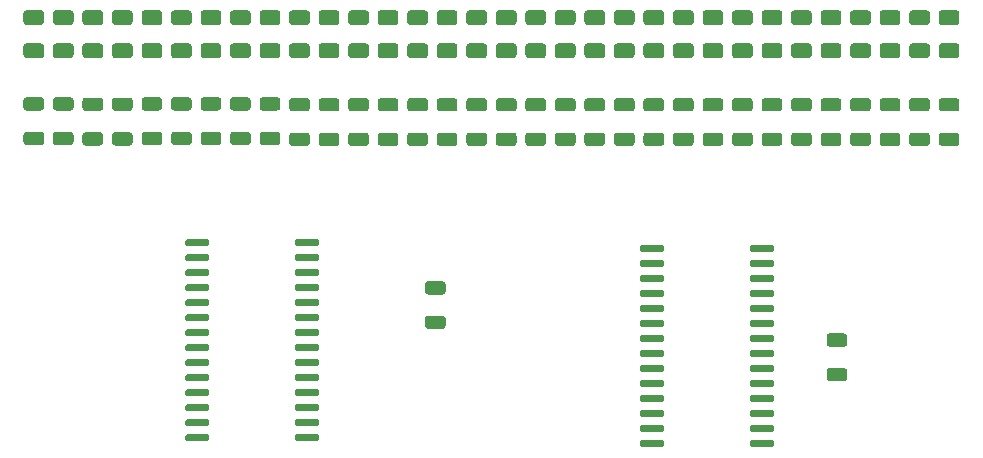
<source format=gbr>
%TF.GenerationSoftware,KiCad,Pcbnew,(5.1.9-0-10_14)*%
%TF.CreationDate,2021-08-25T01:40:26+02:00*%
%TF.ProjectId,i2c-32io,6932632d-3332-4696-9f2e-6b696361645f,rev?*%
%TF.SameCoordinates,Original*%
%TF.FileFunction,Paste,Top*%
%TF.FilePolarity,Positive*%
%FSLAX46Y46*%
G04 Gerber Fmt 4.6, Leading zero omitted, Abs format (unit mm)*
G04 Created by KiCad (PCBNEW (5.1.9-0-10_14)) date 2021-08-25 01:40:26*
%MOMM*%
%LPD*%
G01*
G04 APERTURE LIST*
G04 APERTURE END LIST*
%TO.C,U2*%
G36*
G01*
X77875000Y-105105000D02*
X77875000Y-105405000D01*
G75*
G02*
X77725000Y-105555000I-150000J0D01*
G01*
X75975000Y-105555000D01*
G75*
G02*
X75825000Y-105405000I0J150000D01*
G01*
X75825000Y-105105000D01*
G75*
G02*
X75975000Y-104955000I150000J0D01*
G01*
X77725000Y-104955000D01*
G75*
G02*
X77875000Y-105105000I0J-150000D01*
G01*
G37*
G36*
G01*
X77875000Y-103835000D02*
X77875000Y-104135000D01*
G75*
G02*
X77725000Y-104285000I-150000J0D01*
G01*
X75975000Y-104285000D01*
G75*
G02*
X75825000Y-104135000I0J150000D01*
G01*
X75825000Y-103835000D01*
G75*
G02*
X75975000Y-103685000I150000J0D01*
G01*
X77725000Y-103685000D01*
G75*
G02*
X77875000Y-103835000I0J-150000D01*
G01*
G37*
G36*
G01*
X77875000Y-102565000D02*
X77875000Y-102865000D01*
G75*
G02*
X77725000Y-103015000I-150000J0D01*
G01*
X75975000Y-103015000D01*
G75*
G02*
X75825000Y-102865000I0J150000D01*
G01*
X75825000Y-102565000D01*
G75*
G02*
X75975000Y-102415000I150000J0D01*
G01*
X77725000Y-102415000D01*
G75*
G02*
X77875000Y-102565000I0J-150000D01*
G01*
G37*
G36*
G01*
X77875000Y-101295000D02*
X77875000Y-101595000D01*
G75*
G02*
X77725000Y-101745000I-150000J0D01*
G01*
X75975000Y-101745000D01*
G75*
G02*
X75825000Y-101595000I0J150000D01*
G01*
X75825000Y-101295000D01*
G75*
G02*
X75975000Y-101145000I150000J0D01*
G01*
X77725000Y-101145000D01*
G75*
G02*
X77875000Y-101295000I0J-150000D01*
G01*
G37*
G36*
G01*
X77875000Y-100025000D02*
X77875000Y-100325000D01*
G75*
G02*
X77725000Y-100475000I-150000J0D01*
G01*
X75975000Y-100475000D01*
G75*
G02*
X75825000Y-100325000I0J150000D01*
G01*
X75825000Y-100025000D01*
G75*
G02*
X75975000Y-99875000I150000J0D01*
G01*
X77725000Y-99875000D01*
G75*
G02*
X77875000Y-100025000I0J-150000D01*
G01*
G37*
G36*
G01*
X77875000Y-98755000D02*
X77875000Y-99055000D01*
G75*
G02*
X77725000Y-99205000I-150000J0D01*
G01*
X75975000Y-99205000D01*
G75*
G02*
X75825000Y-99055000I0J150000D01*
G01*
X75825000Y-98755000D01*
G75*
G02*
X75975000Y-98605000I150000J0D01*
G01*
X77725000Y-98605000D01*
G75*
G02*
X77875000Y-98755000I0J-150000D01*
G01*
G37*
G36*
G01*
X77875000Y-97485000D02*
X77875000Y-97785000D01*
G75*
G02*
X77725000Y-97935000I-150000J0D01*
G01*
X75975000Y-97935000D01*
G75*
G02*
X75825000Y-97785000I0J150000D01*
G01*
X75825000Y-97485000D01*
G75*
G02*
X75975000Y-97335000I150000J0D01*
G01*
X77725000Y-97335000D01*
G75*
G02*
X77875000Y-97485000I0J-150000D01*
G01*
G37*
G36*
G01*
X77875000Y-96215000D02*
X77875000Y-96515000D01*
G75*
G02*
X77725000Y-96665000I-150000J0D01*
G01*
X75975000Y-96665000D01*
G75*
G02*
X75825000Y-96515000I0J150000D01*
G01*
X75825000Y-96215000D01*
G75*
G02*
X75975000Y-96065000I150000J0D01*
G01*
X77725000Y-96065000D01*
G75*
G02*
X77875000Y-96215000I0J-150000D01*
G01*
G37*
G36*
G01*
X77875000Y-94945000D02*
X77875000Y-95245000D01*
G75*
G02*
X77725000Y-95395000I-150000J0D01*
G01*
X75975000Y-95395000D01*
G75*
G02*
X75825000Y-95245000I0J150000D01*
G01*
X75825000Y-94945000D01*
G75*
G02*
X75975000Y-94795000I150000J0D01*
G01*
X77725000Y-94795000D01*
G75*
G02*
X77875000Y-94945000I0J-150000D01*
G01*
G37*
G36*
G01*
X77875000Y-93675000D02*
X77875000Y-93975000D01*
G75*
G02*
X77725000Y-94125000I-150000J0D01*
G01*
X75975000Y-94125000D01*
G75*
G02*
X75825000Y-93975000I0J150000D01*
G01*
X75825000Y-93675000D01*
G75*
G02*
X75975000Y-93525000I150000J0D01*
G01*
X77725000Y-93525000D01*
G75*
G02*
X77875000Y-93675000I0J-150000D01*
G01*
G37*
G36*
G01*
X77875000Y-92405000D02*
X77875000Y-92705000D01*
G75*
G02*
X77725000Y-92855000I-150000J0D01*
G01*
X75975000Y-92855000D01*
G75*
G02*
X75825000Y-92705000I0J150000D01*
G01*
X75825000Y-92405000D01*
G75*
G02*
X75975000Y-92255000I150000J0D01*
G01*
X77725000Y-92255000D01*
G75*
G02*
X77875000Y-92405000I0J-150000D01*
G01*
G37*
G36*
G01*
X77875000Y-91135000D02*
X77875000Y-91435000D01*
G75*
G02*
X77725000Y-91585000I-150000J0D01*
G01*
X75975000Y-91585000D01*
G75*
G02*
X75825000Y-91435000I0J150000D01*
G01*
X75825000Y-91135000D01*
G75*
G02*
X75975000Y-90985000I150000J0D01*
G01*
X77725000Y-90985000D01*
G75*
G02*
X77875000Y-91135000I0J-150000D01*
G01*
G37*
G36*
G01*
X77875000Y-89865000D02*
X77875000Y-90165000D01*
G75*
G02*
X77725000Y-90315000I-150000J0D01*
G01*
X75975000Y-90315000D01*
G75*
G02*
X75825000Y-90165000I0J150000D01*
G01*
X75825000Y-89865000D01*
G75*
G02*
X75975000Y-89715000I150000J0D01*
G01*
X77725000Y-89715000D01*
G75*
G02*
X77875000Y-89865000I0J-150000D01*
G01*
G37*
G36*
G01*
X77875000Y-88595000D02*
X77875000Y-88895000D01*
G75*
G02*
X77725000Y-89045000I-150000J0D01*
G01*
X75975000Y-89045000D01*
G75*
G02*
X75825000Y-88895000I0J150000D01*
G01*
X75825000Y-88595000D01*
G75*
G02*
X75975000Y-88445000I150000J0D01*
G01*
X77725000Y-88445000D01*
G75*
G02*
X77875000Y-88595000I0J-150000D01*
G01*
G37*
G36*
G01*
X87175000Y-88595000D02*
X87175000Y-88895000D01*
G75*
G02*
X87025000Y-89045000I-150000J0D01*
G01*
X85275000Y-89045000D01*
G75*
G02*
X85125000Y-88895000I0J150000D01*
G01*
X85125000Y-88595000D01*
G75*
G02*
X85275000Y-88445000I150000J0D01*
G01*
X87025000Y-88445000D01*
G75*
G02*
X87175000Y-88595000I0J-150000D01*
G01*
G37*
G36*
G01*
X87175000Y-89865000D02*
X87175000Y-90165000D01*
G75*
G02*
X87025000Y-90315000I-150000J0D01*
G01*
X85275000Y-90315000D01*
G75*
G02*
X85125000Y-90165000I0J150000D01*
G01*
X85125000Y-89865000D01*
G75*
G02*
X85275000Y-89715000I150000J0D01*
G01*
X87025000Y-89715000D01*
G75*
G02*
X87175000Y-89865000I0J-150000D01*
G01*
G37*
G36*
G01*
X87175000Y-91135000D02*
X87175000Y-91435000D01*
G75*
G02*
X87025000Y-91585000I-150000J0D01*
G01*
X85275000Y-91585000D01*
G75*
G02*
X85125000Y-91435000I0J150000D01*
G01*
X85125000Y-91135000D01*
G75*
G02*
X85275000Y-90985000I150000J0D01*
G01*
X87025000Y-90985000D01*
G75*
G02*
X87175000Y-91135000I0J-150000D01*
G01*
G37*
G36*
G01*
X87175000Y-92405000D02*
X87175000Y-92705000D01*
G75*
G02*
X87025000Y-92855000I-150000J0D01*
G01*
X85275000Y-92855000D01*
G75*
G02*
X85125000Y-92705000I0J150000D01*
G01*
X85125000Y-92405000D01*
G75*
G02*
X85275000Y-92255000I150000J0D01*
G01*
X87025000Y-92255000D01*
G75*
G02*
X87175000Y-92405000I0J-150000D01*
G01*
G37*
G36*
G01*
X87175000Y-93675000D02*
X87175000Y-93975000D01*
G75*
G02*
X87025000Y-94125000I-150000J0D01*
G01*
X85275000Y-94125000D01*
G75*
G02*
X85125000Y-93975000I0J150000D01*
G01*
X85125000Y-93675000D01*
G75*
G02*
X85275000Y-93525000I150000J0D01*
G01*
X87025000Y-93525000D01*
G75*
G02*
X87175000Y-93675000I0J-150000D01*
G01*
G37*
G36*
G01*
X87175000Y-94945000D02*
X87175000Y-95245000D01*
G75*
G02*
X87025000Y-95395000I-150000J0D01*
G01*
X85275000Y-95395000D01*
G75*
G02*
X85125000Y-95245000I0J150000D01*
G01*
X85125000Y-94945000D01*
G75*
G02*
X85275000Y-94795000I150000J0D01*
G01*
X87025000Y-94795000D01*
G75*
G02*
X87175000Y-94945000I0J-150000D01*
G01*
G37*
G36*
G01*
X87175000Y-96215000D02*
X87175000Y-96515000D01*
G75*
G02*
X87025000Y-96665000I-150000J0D01*
G01*
X85275000Y-96665000D01*
G75*
G02*
X85125000Y-96515000I0J150000D01*
G01*
X85125000Y-96215000D01*
G75*
G02*
X85275000Y-96065000I150000J0D01*
G01*
X87025000Y-96065000D01*
G75*
G02*
X87175000Y-96215000I0J-150000D01*
G01*
G37*
G36*
G01*
X87175000Y-97485000D02*
X87175000Y-97785000D01*
G75*
G02*
X87025000Y-97935000I-150000J0D01*
G01*
X85275000Y-97935000D01*
G75*
G02*
X85125000Y-97785000I0J150000D01*
G01*
X85125000Y-97485000D01*
G75*
G02*
X85275000Y-97335000I150000J0D01*
G01*
X87025000Y-97335000D01*
G75*
G02*
X87175000Y-97485000I0J-150000D01*
G01*
G37*
G36*
G01*
X87175000Y-98755000D02*
X87175000Y-99055000D01*
G75*
G02*
X87025000Y-99205000I-150000J0D01*
G01*
X85275000Y-99205000D01*
G75*
G02*
X85125000Y-99055000I0J150000D01*
G01*
X85125000Y-98755000D01*
G75*
G02*
X85275000Y-98605000I150000J0D01*
G01*
X87025000Y-98605000D01*
G75*
G02*
X87175000Y-98755000I0J-150000D01*
G01*
G37*
G36*
G01*
X87175000Y-100025000D02*
X87175000Y-100325000D01*
G75*
G02*
X87025000Y-100475000I-150000J0D01*
G01*
X85275000Y-100475000D01*
G75*
G02*
X85125000Y-100325000I0J150000D01*
G01*
X85125000Y-100025000D01*
G75*
G02*
X85275000Y-99875000I150000J0D01*
G01*
X87025000Y-99875000D01*
G75*
G02*
X87175000Y-100025000I0J-150000D01*
G01*
G37*
G36*
G01*
X87175000Y-101295000D02*
X87175000Y-101595000D01*
G75*
G02*
X87025000Y-101745000I-150000J0D01*
G01*
X85275000Y-101745000D01*
G75*
G02*
X85125000Y-101595000I0J150000D01*
G01*
X85125000Y-101295000D01*
G75*
G02*
X85275000Y-101145000I150000J0D01*
G01*
X87025000Y-101145000D01*
G75*
G02*
X87175000Y-101295000I0J-150000D01*
G01*
G37*
G36*
G01*
X87175000Y-102565000D02*
X87175000Y-102865000D01*
G75*
G02*
X87025000Y-103015000I-150000J0D01*
G01*
X85275000Y-103015000D01*
G75*
G02*
X85125000Y-102865000I0J150000D01*
G01*
X85125000Y-102565000D01*
G75*
G02*
X85275000Y-102415000I150000J0D01*
G01*
X87025000Y-102415000D01*
G75*
G02*
X87175000Y-102565000I0J-150000D01*
G01*
G37*
G36*
G01*
X87175000Y-103835000D02*
X87175000Y-104135000D01*
G75*
G02*
X87025000Y-104285000I-150000J0D01*
G01*
X85275000Y-104285000D01*
G75*
G02*
X85125000Y-104135000I0J150000D01*
G01*
X85125000Y-103835000D01*
G75*
G02*
X85275000Y-103685000I150000J0D01*
G01*
X87025000Y-103685000D01*
G75*
G02*
X87175000Y-103835000I0J-150000D01*
G01*
G37*
G36*
G01*
X87175000Y-105105000D02*
X87175000Y-105405000D01*
G75*
G02*
X87025000Y-105555000I-150000J0D01*
G01*
X85275000Y-105555000D01*
G75*
G02*
X85125000Y-105405000I0J150000D01*
G01*
X85125000Y-105105000D01*
G75*
G02*
X85275000Y-104955000I150000J0D01*
G01*
X87025000Y-104955000D01*
G75*
G02*
X87175000Y-105105000I0J-150000D01*
G01*
G37*
%TD*%
%TO.C,U1*%
G36*
G01*
X46625000Y-88395000D02*
X46625000Y-88095000D01*
G75*
G02*
X46775000Y-87945000I150000J0D01*
G01*
X48525000Y-87945000D01*
G75*
G02*
X48675000Y-88095000I0J-150000D01*
G01*
X48675000Y-88395000D01*
G75*
G02*
X48525000Y-88545000I-150000J0D01*
G01*
X46775000Y-88545000D01*
G75*
G02*
X46625000Y-88395000I0J150000D01*
G01*
G37*
G36*
G01*
X46625000Y-89665000D02*
X46625000Y-89365000D01*
G75*
G02*
X46775000Y-89215000I150000J0D01*
G01*
X48525000Y-89215000D01*
G75*
G02*
X48675000Y-89365000I0J-150000D01*
G01*
X48675000Y-89665000D01*
G75*
G02*
X48525000Y-89815000I-150000J0D01*
G01*
X46775000Y-89815000D01*
G75*
G02*
X46625000Y-89665000I0J150000D01*
G01*
G37*
G36*
G01*
X46625000Y-90935000D02*
X46625000Y-90635000D01*
G75*
G02*
X46775000Y-90485000I150000J0D01*
G01*
X48525000Y-90485000D01*
G75*
G02*
X48675000Y-90635000I0J-150000D01*
G01*
X48675000Y-90935000D01*
G75*
G02*
X48525000Y-91085000I-150000J0D01*
G01*
X46775000Y-91085000D01*
G75*
G02*
X46625000Y-90935000I0J150000D01*
G01*
G37*
G36*
G01*
X46625000Y-92205000D02*
X46625000Y-91905000D01*
G75*
G02*
X46775000Y-91755000I150000J0D01*
G01*
X48525000Y-91755000D01*
G75*
G02*
X48675000Y-91905000I0J-150000D01*
G01*
X48675000Y-92205000D01*
G75*
G02*
X48525000Y-92355000I-150000J0D01*
G01*
X46775000Y-92355000D01*
G75*
G02*
X46625000Y-92205000I0J150000D01*
G01*
G37*
G36*
G01*
X46625000Y-93475000D02*
X46625000Y-93175000D01*
G75*
G02*
X46775000Y-93025000I150000J0D01*
G01*
X48525000Y-93025000D01*
G75*
G02*
X48675000Y-93175000I0J-150000D01*
G01*
X48675000Y-93475000D01*
G75*
G02*
X48525000Y-93625000I-150000J0D01*
G01*
X46775000Y-93625000D01*
G75*
G02*
X46625000Y-93475000I0J150000D01*
G01*
G37*
G36*
G01*
X46625000Y-94745000D02*
X46625000Y-94445000D01*
G75*
G02*
X46775000Y-94295000I150000J0D01*
G01*
X48525000Y-94295000D01*
G75*
G02*
X48675000Y-94445000I0J-150000D01*
G01*
X48675000Y-94745000D01*
G75*
G02*
X48525000Y-94895000I-150000J0D01*
G01*
X46775000Y-94895000D01*
G75*
G02*
X46625000Y-94745000I0J150000D01*
G01*
G37*
G36*
G01*
X46625000Y-96015000D02*
X46625000Y-95715000D01*
G75*
G02*
X46775000Y-95565000I150000J0D01*
G01*
X48525000Y-95565000D01*
G75*
G02*
X48675000Y-95715000I0J-150000D01*
G01*
X48675000Y-96015000D01*
G75*
G02*
X48525000Y-96165000I-150000J0D01*
G01*
X46775000Y-96165000D01*
G75*
G02*
X46625000Y-96015000I0J150000D01*
G01*
G37*
G36*
G01*
X46625000Y-97285000D02*
X46625000Y-96985000D01*
G75*
G02*
X46775000Y-96835000I150000J0D01*
G01*
X48525000Y-96835000D01*
G75*
G02*
X48675000Y-96985000I0J-150000D01*
G01*
X48675000Y-97285000D01*
G75*
G02*
X48525000Y-97435000I-150000J0D01*
G01*
X46775000Y-97435000D01*
G75*
G02*
X46625000Y-97285000I0J150000D01*
G01*
G37*
G36*
G01*
X46625000Y-98555000D02*
X46625000Y-98255000D01*
G75*
G02*
X46775000Y-98105000I150000J0D01*
G01*
X48525000Y-98105000D01*
G75*
G02*
X48675000Y-98255000I0J-150000D01*
G01*
X48675000Y-98555000D01*
G75*
G02*
X48525000Y-98705000I-150000J0D01*
G01*
X46775000Y-98705000D01*
G75*
G02*
X46625000Y-98555000I0J150000D01*
G01*
G37*
G36*
G01*
X46625000Y-99825000D02*
X46625000Y-99525000D01*
G75*
G02*
X46775000Y-99375000I150000J0D01*
G01*
X48525000Y-99375000D01*
G75*
G02*
X48675000Y-99525000I0J-150000D01*
G01*
X48675000Y-99825000D01*
G75*
G02*
X48525000Y-99975000I-150000J0D01*
G01*
X46775000Y-99975000D01*
G75*
G02*
X46625000Y-99825000I0J150000D01*
G01*
G37*
G36*
G01*
X46625000Y-101095000D02*
X46625000Y-100795000D01*
G75*
G02*
X46775000Y-100645000I150000J0D01*
G01*
X48525000Y-100645000D01*
G75*
G02*
X48675000Y-100795000I0J-150000D01*
G01*
X48675000Y-101095000D01*
G75*
G02*
X48525000Y-101245000I-150000J0D01*
G01*
X46775000Y-101245000D01*
G75*
G02*
X46625000Y-101095000I0J150000D01*
G01*
G37*
G36*
G01*
X46625000Y-102365000D02*
X46625000Y-102065000D01*
G75*
G02*
X46775000Y-101915000I150000J0D01*
G01*
X48525000Y-101915000D01*
G75*
G02*
X48675000Y-102065000I0J-150000D01*
G01*
X48675000Y-102365000D01*
G75*
G02*
X48525000Y-102515000I-150000J0D01*
G01*
X46775000Y-102515000D01*
G75*
G02*
X46625000Y-102365000I0J150000D01*
G01*
G37*
G36*
G01*
X46625000Y-103635000D02*
X46625000Y-103335000D01*
G75*
G02*
X46775000Y-103185000I150000J0D01*
G01*
X48525000Y-103185000D01*
G75*
G02*
X48675000Y-103335000I0J-150000D01*
G01*
X48675000Y-103635000D01*
G75*
G02*
X48525000Y-103785000I-150000J0D01*
G01*
X46775000Y-103785000D01*
G75*
G02*
X46625000Y-103635000I0J150000D01*
G01*
G37*
G36*
G01*
X46625000Y-104905000D02*
X46625000Y-104605000D01*
G75*
G02*
X46775000Y-104455000I150000J0D01*
G01*
X48525000Y-104455000D01*
G75*
G02*
X48675000Y-104605000I0J-150000D01*
G01*
X48675000Y-104905000D01*
G75*
G02*
X48525000Y-105055000I-150000J0D01*
G01*
X46775000Y-105055000D01*
G75*
G02*
X46625000Y-104905000I0J150000D01*
G01*
G37*
G36*
G01*
X37325000Y-104905000D02*
X37325000Y-104605000D01*
G75*
G02*
X37475000Y-104455000I150000J0D01*
G01*
X39225000Y-104455000D01*
G75*
G02*
X39375000Y-104605000I0J-150000D01*
G01*
X39375000Y-104905000D01*
G75*
G02*
X39225000Y-105055000I-150000J0D01*
G01*
X37475000Y-105055000D01*
G75*
G02*
X37325000Y-104905000I0J150000D01*
G01*
G37*
G36*
G01*
X37325000Y-103635000D02*
X37325000Y-103335000D01*
G75*
G02*
X37475000Y-103185000I150000J0D01*
G01*
X39225000Y-103185000D01*
G75*
G02*
X39375000Y-103335000I0J-150000D01*
G01*
X39375000Y-103635000D01*
G75*
G02*
X39225000Y-103785000I-150000J0D01*
G01*
X37475000Y-103785000D01*
G75*
G02*
X37325000Y-103635000I0J150000D01*
G01*
G37*
G36*
G01*
X37325000Y-102365000D02*
X37325000Y-102065000D01*
G75*
G02*
X37475000Y-101915000I150000J0D01*
G01*
X39225000Y-101915000D01*
G75*
G02*
X39375000Y-102065000I0J-150000D01*
G01*
X39375000Y-102365000D01*
G75*
G02*
X39225000Y-102515000I-150000J0D01*
G01*
X37475000Y-102515000D01*
G75*
G02*
X37325000Y-102365000I0J150000D01*
G01*
G37*
G36*
G01*
X37325000Y-101095000D02*
X37325000Y-100795000D01*
G75*
G02*
X37475000Y-100645000I150000J0D01*
G01*
X39225000Y-100645000D01*
G75*
G02*
X39375000Y-100795000I0J-150000D01*
G01*
X39375000Y-101095000D01*
G75*
G02*
X39225000Y-101245000I-150000J0D01*
G01*
X37475000Y-101245000D01*
G75*
G02*
X37325000Y-101095000I0J150000D01*
G01*
G37*
G36*
G01*
X37325000Y-99825000D02*
X37325000Y-99525000D01*
G75*
G02*
X37475000Y-99375000I150000J0D01*
G01*
X39225000Y-99375000D01*
G75*
G02*
X39375000Y-99525000I0J-150000D01*
G01*
X39375000Y-99825000D01*
G75*
G02*
X39225000Y-99975000I-150000J0D01*
G01*
X37475000Y-99975000D01*
G75*
G02*
X37325000Y-99825000I0J150000D01*
G01*
G37*
G36*
G01*
X37325000Y-98555000D02*
X37325000Y-98255000D01*
G75*
G02*
X37475000Y-98105000I150000J0D01*
G01*
X39225000Y-98105000D01*
G75*
G02*
X39375000Y-98255000I0J-150000D01*
G01*
X39375000Y-98555000D01*
G75*
G02*
X39225000Y-98705000I-150000J0D01*
G01*
X37475000Y-98705000D01*
G75*
G02*
X37325000Y-98555000I0J150000D01*
G01*
G37*
G36*
G01*
X37325000Y-97285000D02*
X37325000Y-96985000D01*
G75*
G02*
X37475000Y-96835000I150000J0D01*
G01*
X39225000Y-96835000D01*
G75*
G02*
X39375000Y-96985000I0J-150000D01*
G01*
X39375000Y-97285000D01*
G75*
G02*
X39225000Y-97435000I-150000J0D01*
G01*
X37475000Y-97435000D01*
G75*
G02*
X37325000Y-97285000I0J150000D01*
G01*
G37*
G36*
G01*
X37325000Y-96015000D02*
X37325000Y-95715000D01*
G75*
G02*
X37475000Y-95565000I150000J0D01*
G01*
X39225000Y-95565000D01*
G75*
G02*
X39375000Y-95715000I0J-150000D01*
G01*
X39375000Y-96015000D01*
G75*
G02*
X39225000Y-96165000I-150000J0D01*
G01*
X37475000Y-96165000D01*
G75*
G02*
X37325000Y-96015000I0J150000D01*
G01*
G37*
G36*
G01*
X37325000Y-94745000D02*
X37325000Y-94445000D01*
G75*
G02*
X37475000Y-94295000I150000J0D01*
G01*
X39225000Y-94295000D01*
G75*
G02*
X39375000Y-94445000I0J-150000D01*
G01*
X39375000Y-94745000D01*
G75*
G02*
X39225000Y-94895000I-150000J0D01*
G01*
X37475000Y-94895000D01*
G75*
G02*
X37325000Y-94745000I0J150000D01*
G01*
G37*
G36*
G01*
X37325000Y-93475000D02*
X37325000Y-93175000D01*
G75*
G02*
X37475000Y-93025000I150000J0D01*
G01*
X39225000Y-93025000D01*
G75*
G02*
X39375000Y-93175000I0J-150000D01*
G01*
X39375000Y-93475000D01*
G75*
G02*
X39225000Y-93625000I-150000J0D01*
G01*
X37475000Y-93625000D01*
G75*
G02*
X37325000Y-93475000I0J150000D01*
G01*
G37*
G36*
G01*
X37325000Y-92205000D02*
X37325000Y-91905000D01*
G75*
G02*
X37475000Y-91755000I150000J0D01*
G01*
X39225000Y-91755000D01*
G75*
G02*
X39375000Y-91905000I0J-150000D01*
G01*
X39375000Y-92205000D01*
G75*
G02*
X39225000Y-92355000I-150000J0D01*
G01*
X37475000Y-92355000D01*
G75*
G02*
X37325000Y-92205000I0J150000D01*
G01*
G37*
G36*
G01*
X37325000Y-90935000D02*
X37325000Y-90635000D01*
G75*
G02*
X37475000Y-90485000I150000J0D01*
G01*
X39225000Y-90485000D01*
G75*
G02*
X39375000Y-90635000I0J-150000D01*
G01*
X39375000Y-90935000D01*
G75*
G02*
X39225000Y-91085000I-150000J0D01*
G01*
X37475000Y-91085000D01*
G75*
G02*
X37325000Y-90935000I0J150000D01*
G01*
G37*
G36*
G01*
X37325000Y-89665000D02*
X37325000Y-89365000D01*
G75*
G02*
X37475000Y-89215000I150000J0D01*
G01*
X39225000Y-89215000D01*
G75*
G02*
X39375000Y-89365000I0J-150000D01*
G01*
X39375000Y-89665000D01*
G75*
G02*
X39225000Y-89815000I-150000J0D01*
G01*
X37475000Y-89815000D01*
G75*
G02*
X37325000Y-89665000I0J150000D01*
G01*
G37*
G36*
G01*
X37325000Y-88395000D02*
X37325000Y-88095000D01*
G75*
G02*
X37475000Y-87945000I150000J0D01*
G01*
X39225000Y-87945000D01*
G75*
G02*
X39375000Y-88095000I0J-150000D01*
G01*
X39375000Y-88395000D01*
G75*
G02*
X39225000Y-88545000I-150000J0D01*
G01*
X37475000Y-88545000D01*
G75*
G02*
X37325000Y-88395000I0J150000D01*
G01*
G37*
%TD*%
%TO.C,R34*%
G36*
G01*
X57874999Y-94437500D02*
X59125001Y-94437500D01*
G75*
G02*
X59375000Y-94687499I0J-249999D01*
G01*
X59375000Y-95312501D01*
G75*
G02*
X59125001Y-95562500I-249999J0D01*
G01*
X57874999Y-95562500D01*
G75*
G02*
X57625000Y-95312501I0J249999D01*
G01*
X57625000Y-94687499D01*
G75*
G02*
X57874999Y-94437500I249999J0D01*
G01*
G37*
G36*
G01*
X57874999Y-91512500D02*
X59125001Y-91512500D01*
G75*
G02*
X59375000Y-91762499I0J-249999D01*
G01*
X59375000Y-92387501D01*
G75*
G02*
X59125001Y-92637500I-249999J0D01*
G01*
X57874999Y-92637500D01*
G75*
G02*
X57625000Y-92387501I0J249999D01*
G01*
X57625000Y-91762499D01*
G75*
G02*
X57874999Y-91512500I249999J0D01*
G01*
G37*
%TD*%
%TO.C,R33*%
G36*
G01*
X93125001Y-97062500D02*
X91874999Y-97062500D01*
G75*
G02*
X91625000Y-96812501I0J249999D01*
G01*
X91625000Y-96187499D01*
G75*
G02*
X91874999Y-95937500I249999J0D01*
G01*
X93125001Y-95937500D01*
G75*
G02*
X93375000Y-96187499I0J-249999D01*
G01*
X93375000Y-96812501D01*
G75*
G02*
X93125001Y-97062500I-249999J0D01*
G01*
G37*
G36*
G01*
X93125001Y-99987500D02*
X91874999Y-99987500D01*
G75*
G02*
X91625000Y-99737501I0J249999D01*
G01*
X91625000Y-99112499D01*
G75*
G02*
X91874999Y-98862500I249999J0D01*
G01*
X93125001Y-98862500D01*
G75*
G02*
X93375000Y-99112499I0J-249999D01*
G01*
X93375000Y-99737501D01*
G75*
G02*
X93125001Y-99987500I-249999J0D01*
G01*
G37*
%TD*%
%TO.C,R32*%
G36*
G01*
X101374999Y-78937500D02*
X102625001Y-78937500D01*
G75*
G02*
X102875000Y-79187499I0J-249999D01*
G01*
X102875000Y-79812501D01*
G75*
G02*
X102625001Y-80062500I-249999J0D01*
G01*
X101374999Y-80062500D01*
G75*
G02*
X101125000Y-79812501I0J249999D01*
G01*
X101125000Y-79187499D01*
G75*
G02*
X101374999Y-78937500I249999J0D01*
G01*
G37*
G36*
G01*
X101374999Y-76012500D02*
X102625001Y-76012500D01*
G75*
G02*
X102875000Y-76262499I0J-249999D01*
G01*
X102875000Y-76887501D01*
G75*
G02*
X102625001Y-77137500I-249999J0D01*
G01*
X101374999Y-77137500D01*
G75*
G02*
X101125000Y-76887501I0J249999D01*
G01*
X101125000Y-76262499D01*
G75*
G02*
X101374999Y-76012500I249999J0D01*
G01*
G37*
%TD*%
%TO.C,R31*%
G36*
G01*
X98874999Y-78937500D02*
X100125001Y-78937500D01*
G75*
G02*
X100375000Y-79187499I0J-249999D01*
G01*
X100375000Y-79812501D01*
G75*
G02*
X100125001Y-80062500I-249999J0D01*
G01*
X98874999Y-80062500D01*
G75*
G02*
X98625000Y-79812501I0J249999D01*
G01*
X98625000Y-79187499D01*
G75*
G02*
X98874999Y-78937500I249999J0D01*
G01*
G37*
G36*
G01*
X98874999Y-76012500D02*
X100125001Y-76012500D01*
G75*
G02*
X100375000Y-76262499I0J-249999D01*
G01*
X100375000Y-76887501D01*
G75*
G02*
X100125001Y-77137500I-249999J0D01*
G01*
X98874999Y-77137500D01*
G75*
G02*
X98625000Y-76887501I0J249999D01*
G01*
X98625000Y-76262499D01*
G75*
G02*
X98874999Y-76012500I249999J0D01*
G01*
G37*
%TD*%
%TO.C,R30*%
G36*
G01*
X96374999Y-78937500D02*
X97625001Y-78937500D01*
G75*
G02*
X97875000Y-79187499I0J-249999D01*
G01*
X97875000Y-79812501D01*
G75*
G02*
X97625001Y-80062500I-249999J0D01*
G01*
X96374999Y-80062500D01*
G75*
G02*
X96125000Y-79812501I0J249999D01*
G01*
X96125000Y-79187499D01*
G75*
G02*
X96374999Y-78937500I249999J0D01*
G01*
G37*
G36*
G01*
X96374999Y-76012500D02*
X97625001Y-76012500D01*
G75*
G02*
X97875000Y-76262499I0J-249999D01*
G01*
X97875000Y-76887501D01*
G75*
G02*
X97625001Y-77137500I-249999J0D01*
G01*
X96374999Y-77137500D01*
G75*
G02*
X96125000Y-76887501I0J249999D01*
G01*
X96125000Y-76262499D01*
G75*
G02*
X96374999Y-76012500I249999J0D01*
G01*
G37*
%TD*%
%TO.C,R29*%
G36*
G01*
X93874999Y-78937500D02*
X95125001Y-78937500D01*
G75*
G02*
X95375000Y-79187499I0J-249999D01*
G01*
X95375000Y-79812501D01*
G75*
G02*
X95125001Y-80062500I-249999J0D01*
G01*
X93874999Y-80062500D01*
G75*
G02*
X93625000Y-79812501I0J249999D01*
G01*
X93625000Y-79187499D01*
G75*
G02*
X93874999Y-78937500I249999J0D01*
G01*
G37*
G36*
G01*
X93874999Y-76012500D02*
X95125001Y-76012500D01*
G75*
G02*
X95375000Y-76262499I0J-249999D01*
G01*
X95375000Y-76887501D01*
G75*
G02*
X95125001Y-77137500I-249999J0D01*
G01*
X93874999Y-77137500D01*
G75*
G02*
X93625000Y-76887501I0J249999D01*
G01*
X93625000Y-76262499D01*
G75*
G02*
X93874999Y-76012500I249999J0D01*
G01*
G37*
%TD*%
%TO.C,R28*%
G36*
G01*
X91374999Y-78937500D02*
X92625001Y-78937500D01*
G75*
G02*
X92875000Y-79187499I0J-249999D01*
G01*
X92875000Y-79812501D01*
G75*
G02*
X92625001Y-80062500I-249999J0D01*
G01*
X91374999Y-80062500D01*
G75*
G02*
X91125000Y-79812501I0J249999D01*
G01*
X91125000Y-79187499D01*
G75*
G02*
X91374999Y-78937500I249999J0D01*
G01*
G37*
G36*
G01*
X91374999Y-76012500D02*
X92625001Y-76012500D01*
G75*
G02*
X92875000Y-76262499I0J-249999D01*
G01*
X92875000Y-76887501D01*
G75*
G02*
X92625001Y-77137500I-249999J0D01*
G01*
X91374999Y-77137500D01*
G75*
G02*
X91125000Y-76887501I0J249999D01*
G01*
X91125000Y-76262499D01*
G75*
G02*
X91374999Y-76012500I249999J0D01*
G01*
G37*
%TD*%
%TO.C,R27*%
G36*
G01*
X88874999Y-78937500D02*
X90125001Y-78937500D01*
G75*
G02*
X90375000Y-79187499I0J-249999D01*
G01*
X90375000Y-79812501D01*
G75*
G02*
X90125001Y-80062500I-249999J0D01*
G01*
X88874999Y-80062500D01*
G75*
G02*
X88625000Y-79812501I0J249999D01*
G01*
X88625000Y-79187499D01*
G75*
G02*
X88874999Y-78937500I249999J0D01*
G01*
G37*
G36*
G01*
X88874999Y-76012500D02*
X90125001Y-76012500D01*
G75*
G02*
X90375000Y-76262499I0J-249999D01*
G01*
X90375000Y-76887501D01*
G75*
G02*
X90125001Y-77137500I-249999J0D01*
G01*
X88874999Y-77137500D01*
G75*
G02*
X88625000Y-76887501I0J249999D01*
G01*
X88625000Y-76262499D01*
G75*
G02*
X88874999Y-76012500I249999J0D01*
G01*
G37*
%TD*%
%TO.C,R26*%
G36*
G01*
X86374999Y-78937500D02*
X87625001Y-78937500D01*
G75*
G02*
X87875000Y-79187499I0J-249999D01*
G01*
X87875000Y-79812501D01*
G75*
G02*
X87625001Y-80062500I-249999J0D01*
G01*
X86374999Y-80062500D01*
G75*
G02*
X86125000Y-79812501I0J249999D01*
G01*
X86125000Y-79187499D01*
G75*
G02*
X86374999Y-78937500I249999J0D01*
G01*
G37*
G36*
G01*
X86374999Y-76012500D02*
X87625001Y-76012500D01*
G75*
G02*
X87875000Y-76262499I0J-249999D01*
G01*
X87875000Y-76887501D01*
G75*
G02*
X87625001Y-77137500I-249999J0D01*
G01*
X86374999Y-77137500D01*
G75*
G02*
X86125000Y-76887501I0J249999D01*
G01*
X86125000Y-76262499D01*
G75*
G02*
X86374999Y-76012500I249999J0D01*
G01*
G37*
%TD*%
%TO.C,R25*%
G36*
G01*
X83874999Y-78937500D02*
X85125001Y-78937500D01*
G75*
G02*
X85375000Y-79187499I0J-249999D01*
G01*
X85375000Y-79812501D01*
G75*
G02*
X85125001Y-80062500I-249999J0D01*
G01*
X83874999Y-80062500D01*
G75*
G02*
X83625000Y-79812501I0J249999D01*
G01*
X83625000Y-79187499D01*
G75*
G02*
X83874999Y-78937500I249999J0D01*
G01*
G37*
G36*
G01*
X83874999Y-76012500D02*
X85125001Y-76012500D01*
G75*
G02*
X85375000Y-76262499I0J-249999D01*
G01*
X85375000Y-76887501D01*
G75*
G02*
X85125001Y-77137500I-249999J0D01*
G01*
X83874999Y-77137500D01*
G75*
G02*
X83625000Y-76887501I0J249999D01*
G01*
X83625000Y-76262499D01*
G75*
G02*
X83874999Y-76012500I249999J0D01*
G01*
G37*
%TD*%
%TO.C,R24*%
G36*
G01*
X81374999Y-78937500D02*
X82625001Y-78937500D01*
G75*
G02*
X82875000Y-79187499I0J-249999D01*
G01*
X82875000Y-79812501D01*
G75*
G02*
X82625001Y-80062500I-249999J0D01*
G01*
X81374999Y-80062500D01*
G75*
G02*
X81125000Y-79812501I0J249999D01*
G01*
X81125000Y-79187499D01*
G75*
G02*
X81374999Y-78937500I249999J0D01*
G01*
G37*
G36*
G01*
X81374999Y-76012500D02*
X82625001Y-76012500D01*
G75*
G02*
X82875000Y-76262499I0J-249999D01*
G01*
X82875000Y-76887501D01*
G75*
G02*
X82625001Y-77137500I-249999J0D01*
G01*
X81374999Y-77137500D01*
G75*
G02*
X81125000Y-76887501I0J249999D01*
G01*
X81125000Y-76262499D01*
G75*
G02*
X81374999Y-76012500I249999J0D01*
G01*
G37*
%TD*%
%TO.C,R23*%
G36*
G01*
X78874999Y-78937500D02*
X80125001Y-78937500D01*
G75*
G02*
X80375000Y-79187499I0J-249999D01*
G01*
X80375000Y-79812501D01*
G75*
G02*
X80125001Y-80062500I-249999J0D01*
G01*
X78874999Y-80062500D01*
G75*
G02*
X78625000Y-79812501I0J249999D01*
G01*
X78625000Y-79187499D01*
G75*
G02*
X78874999Y-78937500I249999J0D01*
G01*
G37*
G36*
G01*
X78874999Y-76012500D02*
X80125001Y-76012500D01*
G75*
G02*
X80375000Y-76262499I0J-249999D01*
G01*
X80375000Y-76887501D01*
G75*
G02*
X80125001Y-77137500I-249999J0D01*
G01*
X78874999Y-77137500D01*
G75*
G02*
X78625000Y-76887501I0J249999D01*
G01*
X78625000Y-76262499D01*
G75*
G02*
X78874999Y-76012500I249999J0D01*
G01*
G37*
%TD*%
%TO.C,R22*%
G36*
G01*
X76374999Y-78937500D02*
X77625001Y-78937500D01*
G75*
G02*
X77875000Y-79187499I0J-249999D01*
G01*
X77875000Y-79812501D01*
G75*
G02*
X77625001Y-80062500I-249999J0D01*
G01*
X76374999Y-80062500D01*
G75*
G02*
X76125000Y-79812501I0J249999D01*
G01*
X76125000Y-79187499D01*
G75*
G02*
X76374999Y-78937500I249999J0D01*
G01*
G37*
G36*
G01*
X76374999Y-76012500D02*
X77625001Y-76012500D01*
G75*
G02*
X77875000Y-76262499I0J-249999D01*
G01*
X77875000Y-76887501D01*
G75*
G02*
X77625001Y-77137500I-249999J0D01*
G01*
X76374999Y-77137500D01*
G75*
G02*
X76125000Y-76887501I0J249999D01*
G01*
X76125000Y-76262499D01*
G75*
G02*
X76374999Y-76012500I249999J0D01*
G01*
G37*
%TD*%
%TO.C,R21*%
G36*
G01*
X73874999Y-78937500D02*
X75125001Y-78937500D01*
G75*
G02*
X75375000Y-79187499I0J-249999D01*
G01*
X75375000Y-79812501D01*
G75*
G02*
X75125001Y-80062500I-249999J0D01*
G01*
X73874999Y-80062500D01*
G75*
G02*
X73625000Y-79812501I0J249999D01*
G01*
X73625000Y-79187499D01*
G75*
G02*
X73874999Y-78937500I249999J0D01*
G01*
G37*
G36*
G01*
X73874999Y-76012500D02*
X75125001Y-76012500D01*
G75*
G02*
X75375000Y-76262499I0J-249999D01*
G01*
X75375000Y-76887501D01*
G75*
G02*
X75125001Y-77137500I-249999J0D01*
G01*
X73874999Y-77137500D01*
G75*
G02*
X73625000Y-76887501I0J249999D01*
G01*
X73625000Y-76262499D01*
G75*
G02*
X73874999Y-76012500I249999J0D01*
G01*
G37*
%TD*%
%TO.C,R20*%
G36*
G01*
X71374999Y-78937500D02*
X72625001Y-78937500D01*
G75*
G02*
X72875000Y-79187499I0J-249999D01*
G01*
X72875000Y-79812501D01*
G75*
G02*
X72625001Y-80062500I-249999J0D01*
G01*
X71374999Y-80062500D01*
G75*
G02*
X71125000Y-79812501I0J249999D01*
G01*
X71125000Y-79187499D01*
G75*
G02*
X71374999Y-78937500I249999J0D01*
G01*
G37*
G36*
G01*
X71374999Y-76012500D02*
X72625001Y-76012500D01*
G75*
G02*
X72875000Y-76262499I0J-249999D01*
G01*
X72875000Y-76887501D01*
G75*
G02*
X72625001Y-77137500I-249999J0D01*
G01*
X71374999Y-77137500D01*
G75*
G02*
X71125000Y-76887501I0J249999D01*
G01*
X71125000Y-76262499D01*
G75*
G02*
X71374999Y-76012500I249999J0D01*
G01*
G37*
%TD*%
%TO.C,R19*%
G36*
G01*
X68874999Y-78937500D02*
X70125001Y-78937500D01*
G75*
G02*
X70375000Y-79187499I0J-249999D01*
G01*
X70375000Y-79812501D01*
G75*
G02*
X70125001Y-80062500I-249999J0D01*
G01*
X68874999Y-80062500D01*
G75*
G02*
X68625000Y-79812501I0J249999D01*
G01*
X68625000Y-79187499D01*
G75*
G02*
X68874999Y-78937500I249999J0D01*
G01*
G37*
G36*
G01*
X68874999Y-76012500D02*
X70125001Y-76012500D01*
G75*
G02*
X70375000Y-76262499I0J-249999D01*
G01*
X70375000Y-76887501D01*
G75*
G02*
X70125001Y-77137500I-249999J0D01*
G01*
X68874999Y-77137500D01*
G75*
G02*
X68625000Y-76887501I0J249999D01*
G01*
X68625000Y-76262499D01*
G75*
G02*
X68874999Y-76012500I249999J0D01*
G01*
G37*
%TD*%
%TO.C,R18*%
G36*
G01*
X66374999Y-78937500D02*
X67625001Y-78937500D01*
G75*
G02*
X67875000Y-79187499I0J-249999D01*
G01*
X67875000Y-79812501D01*
G75*
G02*
X67625001Y-80062500I-249999J0D01*
G01*
X66374999Y-80062500D01*
G75*
G02*
X66125000Y-79812501I0J249999D01*
G01*
X66125000Y-79187499D01*
G75*
G02*
X66374999Y-78937500I249999J0D01*
G01*
G37*
G36*
G01*
X66374999Y-76012500D02*
X67625001Y-76012500D01*
G75*
G02*
X67875000Y-76262499I0J-249999D01*
G01*
X67875000Y-76887501D01*
G75*
G02*
X67625001Y-77137500I-249999J0D01*
G01*
X66374999Y-77137500D01*
G75*
G02*
X66125000Y-76887501I0J249999D01*
G01*
X66125000Y-76262499D01*
G75*
G02*
X66374999Y-76012500I249999J0D01*
G01*
G37*
%TD*%
%TO.C,R17*%
G36*
G01*
X63874999Y-78937500D02*
X65125001Y-78937500D01*
G75*
G02*
X65375000Y-79187499I0J-249999D01*
G01*
X65375000Y-79812501D01*
G75*
G02*
X65125001Y-80062500I-249999J0D01*
G01*
X63874999Y-80062500D01*
G75*
G02*
X63625000Y-79812501I0J249999D01*
G01*
X63625000Y-79187499D01*
G75*
G02*
X63874999Y-78937500I249999J0D01*
G01*
G37*
G36*
G01*
X63874999Y-76012500D02*
X65125001Y-76012500D01*
G75*
G02*
X65375000Y-76262499I0J-249999D01*
G01*
X65375000Y-76887501D01*
G75*
G02*
X65125001Y-77137500I-249999J0D01*
G01*
X63874999Y-77137500D01*
G75*
G02*
X63625000Y-76887501I0J249999D01*
G01*
X63625000Y-76262499D01*
G75*
G02*
X63874999Y-76012500I249999J0D01*
G01*
G37*
%TD*%
%TO.C,R16*%
G36*
G01*
X61374999Y-78937500D02*
X62625001Y-78937500D01*
G75*
G02*
X62875000Y-79187499I0J-249999D01*
G01*
X62875000Y-79812501D01*
G75*
G02*
X62625001Y-80062500I-249999J0D01*
G01*
X61374999Y-80062500D01*
G75*
G02*
X61125000Y-79812501I0J249999D01*
G01*
X61125000Y-79187499D01*
G75*
G02*
X61374999Y-78937500I249999J0D01*
G01*
G37*
G36*
G01*
X61374999Y-76012500D02*
X62625001Y-76012500D01*
G75*
G02*
X62875000Y-76262499I0J-249999D01*
G01*
X62875000Y-76887501D01*
G75*
G02*
X62625001Y-77137500I-249999J0D01*
G01*
X61374999Y-77137500D01*
G75*
G02*
X61125000Y-76887501I0J249999D01*
G01*
X61125000Y-76262499D01*
G75*
G02*
X61374999Y-76012500I249999J0D01*
G01*
G37*
%TD*%
%TO.C,R15*%
G36*
G01*
X58874999Y-78937500D02*
X60125001Y-78937500D01*
G75*
G02*
X60375000Y-79187499I0J-249999D01*
G01*
X60375000Y-79812501D01*
G75*
G02*
X60125001Y-80062500I-249999J0D01*
G01*
X58874999Y-80062500D01*
G75*
G02*
X58625000Y-79812501I0J249999D01*
G01*
X58625000Y-79187499D01*
G75*
G02*
X58874999Y-78937500I249999J0D01*
G01*
G37*
G36*
G01*
X58874999Y-76012500D02*
X60125001Y-76012500D01*
G75*
G02*
X60375000Y-76262499I0J-249999D01*
G01*
X60375000Y-76887501D01*
G75*
G02*
X60125001Y-77137500I-249999J0D01*
G01*
X58874999Y-77137500D01*
G75*
G02*
X58625000Y-76887501I0J249999D01*
G01*
X58625000Y-76262499D01*
G75*
G02*
X58874999Y-76012500I249999J0D01*
G01*
G37*
%TD*%
%TO.C,R14*%
G36*
G01*
X56374999Y-78937500D02*
X57625001Y-78937500D01*
G75*
G02*
X57875000Y-79187499I0J-249999D01*
G01*
X57875000Y-79812501D01*
G75*
G02*
X57625001Y-80062500I-249999J0D01*
G01*
X56374999Y-80062500D01*
G75*
G02*
X56125000Y-79812501I0J249999D01*
G01*
X56125000Y-79187499D01*
G75*
G02*
X56374999Y-78937500I249999J0D01*
G01*
G37*
G36*
G01*
X56374999Y-76012500D02*
X57625001Y-76012500D01*
G75*
G02*
X57875000Y-76262499I0J-249999D01*
G01*
X57875000Y-76887501D01*
G75*
G02*
X57625001Y-77137500I-249999J0D01*
G01*
X56374999Y-77137500D01*
G75*
G02*
X56125000Y-76887501I0J249999D01*
G01*
X56125000Y-76262499D01*
G75*
G02*
X56374999Y-76012500I249999J0D01*
G01*
G37*
%TD*%
%TO.C,R13*%
G36*
G01*
X53874999Y-78937500D02*
X55125001Y-78937500D01*
G75*
G02*
X55375000Y-79187499I0J-249999D01*
G01*
X55375000Y-79812501D01*
G75*
G02*
X55125001Y-80062500I-249999J0D01*
G01*
X53874999Y-80062500D01*
G75*
G02*
X53625000Y-79812501I0J249999D01*
G01*
X53625000Y-79187499D01*
G75*
G02*
X53874999Y-78937500I249999J0D01*
G01*
G37*
G36*
G01*
X53874999Y-76012500D02*
X55125001Y-76012500D01*
G75*
G02*
X55375000Y-76262499I0J-249999D01*
G01*
X55375000Y-76887501D01*
G75*
G02*
X55125001Y-77137500I-249999J0D01*
G01*
X53874999Y-77137500D01*
G75*
G02*
X53625000Y-76887501I0J249999D01*
G01*
X53625000Y-76262499D01*
G75*
G02*
X53874999Y-76012500I249999J0D01*
G01*
G37*
%TD*%
%TO.C,R12*%
G36*
G01*
X51374999Y-78937500D02*
X52625001Y-78937500D01*
G75*
G02*
X52875000Y-79187499I0J-249999D01*
G01*
X52875000Y-79812501D01*
G75*
G02*
X52625001Y-80062500I-249999J0D01*
G01*
X51374999Y-80062500D01*
G75*
G02*
X51125000Y-79812501I0J249999D01*
G01*
X51125000Y-79187499D01*
G75*
G02*
X51374999Y-78937500I249999J0D01*
G01*
G37*
G36*
G01*
X51374999Y-76012500D02*
X52625001Y-76012500D01*
G75*
G02*
X52875000Y-76262499I0J-249999D01*
G01*
X52875000Y-76887501D01*
G75*
G02*
X52625001Y-77137500I-249999J0D01*
G01*
X51374999Y-77137500D01*
G75*
G02*
X51125000Y-76887501I0J249999D01*
G01*
X51125000Y-76262499D01*
G75*
G02*
X51374999Y-76012500I249999J0D01*
G01*
G37*
%TD*%
%TO.C,R11*%
G36*
G01*
X48874999Y-78937500D02*
X50125001Y-78937500D01*
G75*
G02*
X50375000Y-79187499I0J-249999D01*
G01*
X50375000Y-79812501D01*
G75*
G02*
X50125001Y-80062500I-249999J0D01*
G01*
X48874999Y-80062500D01*
G75*
G02*
X48625000Y-79812501I0J249999D01*
G01*
X48625000Y-79187499D01*
G75*
G02*
X48874999Y-78937500I249999J0D01*
G01*
G37*
G36*
G01*
X48874999Y-76012500D02*
X50125001Y-76012500D01*
G75*
G02*
X50375000Y-76262499I0J-249999D01*
G01*
X50375000Y-76887501D01*
G75*
G02*
X50125001Y-77137500I-249999J0D01*
G01*
X48874999Y-77137500D01*
G75*
G02*
X48625000Y-76887501I0J249999D01*
G01*
X48625000Y-76262499D01*
G75*
G02*
X48874999Y-76012500I249999J0D01*
G01*
G37*
%TD*%
%TO.C,R10*%
G36*
G01*
X46374999Y-78937500D02*
X47625001Y-78937500D01*
G75*
G02*
X47875000Y-79187499I0J-249999D01*
G01*
X47875000Y-79812501D01*
G75*
G02*
X47625001Y-80062500I-249999J0D01*
G01*
X46374999Y-80062500D01*
G75*
G02*
X46125000Y-79812501I0J249999D01*
G01*
X46125000Y-79187499D01*
G75*
G02*
X46374999Y-78937500I249999J0D01*
G01*
G37*
G36*
G01*
X46374999Y-76012500D02*
X47625001Y-76012500D01*
G75*
G02*
X47875000Y-76262499I0J-249999D01*
G01*
X47875000Y-76887501D01*
G75*
G02*
X47625001Y-77137500I-249999J0D01*
G01*
X46374999Y-77137500D01*
G75*
G02*
X46125000Y-76887501I0J249999D01*
G01*
X46125000Y-76262499D01*
G75*
G02*
X46374999Y-76012500I249999J0D01*
G01*
G37*
%TD*%
%TO.C,R9*%
G36*
G01*
X43874999Y-78862500D02*
X45125001Y-78862500D01*
G75*
G02*
X45375000Y-79112499I0J-249999D01*
G01*
X45375000Y-79737501D01*
G75*
G02*
X45125001Y-79987500I-249999J0D01*
G01*
X43874999Y-79987500D01*
G75*
G02*
X43625000Y-79737501I0J249999D01*
G01*
X43625000Y-79112499D01*
G75*
G02*
X43874999Y-78862500I249999J0D01*
G01*
G37*
G36*
G01*
X43874999Y-75937500D02*
X45125001Y-75937500D01*
G75*
G02*
X45375000Y-76187499I0J-249999D01*
G01*
X45375000Y-76812501D01*
G75*
G02*
X45125001Y-77062500I-249999J0D01*
G01*
X43874999Y-77062500D01*
G75*
G02*
X43625000Y-76812501I0J249999D01*
G01*
X43625000Y-76187499D01*
G75*
G02*
X43874999Y-75937500I249999J0D01*
G01*
G37*
%TD*%
%TO.C,R8*%
G36*
G01*
X41374999Y-78862500D02*
X42625001Y-78862500D01*
G75*
G02*
X42875000Y-79112499I0J-249999D01*
G01*
X42875000Y-79737501D01*
G75*
G02*
X42625001Y-79987500I-249999J0D01*
G01*
X41374999Y-79987500D01*
G75*
G02*
X41125000Y-79737501I0J249999D01*
G01*
X41125000Y-79112499D01*
G75*
G02*
X41374999Y-78862500I249999J0D01*
G01*
G37*
G36*
G01*
X41374999Y-75937500D02*
X42625001Y-75937500D01*
G75*
G02*
X42875000Y-76187499I0J-249999D01*
G01*
X42875000Y-76812501D01*
G75*
G02*
X42625001Y-77062500I-249999J0D01*
G01*
X41374999Y-77062500D01*
G75*
G02*
X41125000Y-76812501I0J249999D01*
G01*
X41125000Y-76187499D01*
G75*
G02*
X41374999Y-75937500I249999J0D01*
G01*
G37*
%TD*%
%TO.C,R7*%
G36*
G01*
X38874999Y-78862500D02*
X40125001Y-78862500D01*
G75*
G02*
X40375000Y-79112499I0J-249999D01*
G01*
X40375000Y-79737501D01*
G75*
G02*
X40125001Y-79987500I-249999J0D01*
G01*
X38874999Y-79987500D01*
G75*
G02*
X38625000Y-79737501I0J249999D01*
G01*
X38625000Y-79112499D01*
G75*
G02*
X38874999Y-78862500I249999J0D01*
G01*
G37*
G36*
G01*
X38874999Y-75937500D02*
X40125001Y-75937500D01*
G75*
G02*
X40375000Y-76187499I0J-249999D01*
G01*
X40375000Y-76812501D01*
G75*
G02*
X40125001Y-77062500I-249999J0D01*
G01*
X38874999Y-77062500D01*
G75*
G02*
X38625000Y-76812501I0J249999D01*
G01*
X38625000Y-76187499D01*
G75*
G02*
X38874999Y-75937500I249999J0D01*
G01*
G37*
%TD*%
%TO.C,R6*%
G36*
G01*
X36374999Y-78862500D02*
X37625001Y-78862500D01*
G75*
G02*
X37875000Y-79112499I0J-249999D01*
G01*
X37875000Y-79737501D01*
G75*
G02*
X37625001Y-79987500I-249999J0D01*
G01*
X36374999Y-79987500D01*
G75*
G02*
X36125000Y-79737501I0J249999D01*
G01*
X36125000Y-79112499D01*
G75*
G02*
X36374999Y-78862500I249999J0D01*
G01*
G37*
G36*
G01*
X36374999Y-75937500D02*
X37625001Y-75937500D01*
G75*
G02*
X37875000Y-76187499I0J-249999D01*
G01*
X37875000Y-76812501D01*
G75*
G02*
X37625001Y-77062500I-249999J0D01*
G01*
X36374999Y-77062500D01*
G75*
G02*
X36125000Y-76812501I0J249999D01*
G01*
X36125000Y-76187499D01*
G75*
G02*
X36374999Y-75937500I249999J0D01*
G01*
G37*
%TD*%
%TO.C,R5*%
G36*
G01*
X33874999Y-78862500D02*
X35125001Y-78862500D01*
G75*
G02*
X35375000Y-79112499I0J-249999D01*
G01*
X35375000Y-79737501D01*
G75*
G02*
X35125001Y-79987500I-249999J0D01*
G01*
X33874999Y-79987500D01*
G75*
G02*
X33625000Y-79737501I0J249999D01*
G01*
X33625000Y-79112499D01*
G75*
G02*
X33874999Y-78862500I249999J0D01*
G01*
G37*
G36*
G01*
X33874999Y-75937500D02*
X35125001Y-75937500D01*
G75*
G02*
X35375000Y-76187499I0J-249999D01*
G01*
X35375000Y-76812501D01*
G75*
G02*
X35125001Y-77062500I-249999J0D01*
G01*
X33874999Y-77062500D01*
G75*
G02*
X33625000Y-76812501I0J249999D01*
G01*
X33625000Y-76187499D01*
G75*
G02*
X33874999Y-75937500I249999J0D01*
G01*
G37*
%TD*%
%TO.C,R4*%
G36*
G01*
X31374999Y-78900000D02*
X32625001Y-78900000D01*
G75*
G02*
X32875000Y-79149999I0J-249999D01*
G01*
X32875000Y-79775001D01*
G75*
G02*
X32625001Y-80025000I-249999J0D01*
G01*
X31374999Y-80025000D01*
G75*
G02*
X31125000Y-79775001I0J249999D01*
G01*
X31125000Y-79149999D01*
G75*
G02*
X31374999Y-78900000I249999J0D01*
G01*
G37*
G36*
G01*
X31374999Y-75975000D02*
X32625001Y-75975000D01*
G75*
G02*
X32875000Y-76224999I0J-249999D01*
G01*
X32875000Y-76850001D01*
G75*
G02*
X32625001Y-77100000I-249999J0D01*
G01*
X31374999Y-77100000D01*
G75*
G02*
X31125000Y-76850001I0J249999D01*
G01*
X31125000Y-76224999D01*
G75*
G02*
X31374999Y-75975000I249999J0D01*
G01*
G37*
%TD*%
%TO.C,R3*%
G36*
G01*
X28874999Y-78900000D02*
X30125001Y-78900000D01*
G75*
G02*
X30375000Y-79149999I0J-249999D01*
G01*
X30375000Y-79775001D01*
G75*
G02*
X30125001Y-80025000I-249999J0D01*
G01*
X28874999Y-80025000D01*
G75*
G02*
X28625000Y-79775001I0J249999D01*
G01*
X28625000Y-79149999D01*
G75*
G02*
X28874999Y-78900000I249999J0D01*
G01*
G37*
G36*
G01*
X28874999Y-75975000D02*
X30125001Y-75975000D01*
G75*
G02*
X30375000Y-76224999I0J-249999D01*
G01*
X30375000Y-76850001D01*
G75*
G02*
X30125001Y-77100000I-249999J0D01*
G01*
X28874999Y-77100000D01*
G75*
G02*
X28625000Y-76850001I0J249999D01*
G01*
X28625000Y-76224999D01*
G75*
G02*
X28874999Y-75975000I249999J0D01*
G01*
G37*
%TD*%
%TO.C,R2*%
G36*
G01*
X26374999Y-78862500D02*
X27625001Y-78862500D01*
G75*
G02*
X27875000Y-79112499I0J-249999D01*
G01*
X27875000Y-79737501D01*
G75*
G02*
X27625001Y-79987500I-249999J0D01*
G01*
X26374999Y-79987500D01*
G75*
G02*
X26125000Y-79737501I0J249999D01*
G01*
X26125000Y-79112499D01*
G75*
G02*
X26374999Y-78862500I249999J0D01*
G01*
G37*
G36*
G01*
X26374999Y-75937500D02*
X27625001Y-75937500D01*
G75*
G02*
X27875000Y-76187499I0J-249999D01*
G01*
X27875000Y-76812501D01*
G75*
G02*
X27625001Y-77062500I-249999J0D01*
G01*
X26374999Y-77062500D01*
G75*
G02*
X26125000Y-76812501I0J249999D01*
G01*
X26125000Y-76187499D01*
G75*
G02*
X26374999Y-75937500I249999J0D01*
G01*
G37*
%TD*%
%TO.C,R1*%
G36*
G01*
X23874999Y-78862500D02*
X25125001Y-78862500D01*
G75*
G02*
X25375000Y-79112499I0J-249999D01*
G01*
X25375000Y-79737501D01*
G75*
G02*
X25125001Y-79987500I-249999J0D01*
G01*
X23874999Y-79987500D01*
G75*
G02*
X23625000Y-79737501I0J249999D01*
G01*
X23625000Y-79112499D01*
G75*
G02*
X23874999Y-78862500I249999J0D01*
G01*
G37*
G36*
G01*
X23874999Y-75937500D02*
X25125001Y-75937500D01*
G75*
G02*
X25375000Y-76187499I0J-249999D01*
G01*
X25375000Y-76812501D01*
G75*
G02*
X25125001Y-77062500I-249999J0D01*
G01*
X23874999Y-77062500D01*
G75*
G02*
X23625000Y-76812501I0J249999D01*
G01*
X23625000Y-76187499D01*
G75*
G02*
X23874999Y-75937500I249999J0D01*
G01*
G37*
%TD*%
%TO.C,D32*%
G36*
G01*
X101375000Y-71375000D02*
X102625000Y-71375000D01*
G75*
G02*
X102875000Y-71625000I0J-250000D01*
G01*
X102875000Y-72375000D01*
G75*
G02*
X102625000Y-72625000I-250000J0D01*
G01*
X101375000Y-72625000D01*
G75*
G02*
X101125000Y-72375000I0J250000D01*
G01*
X101125000Y-71625000D01*
G75*
G02*
X101375000Y-71375000I250000J0D01*
G01*
G37*
G36*
G01*
X101375000Y-68575000D02*
X102625000Y-68575000D01*
G75*
G02*
X102875000Y-68825000I0J-250000D01*
G01*
X102875000Y-69575000D01*
G75*
G02*
X102625000Y-69825000I-250000J0D01*
G01*
X101375000Y-69825000D01*
G75*
G02*
X101125000Y-69575000I0J250000D01*
G01*
X101125000Y-68825000D01*
G75*
G02*
X101375000Y-68575000I250000J0D01*
G01*
G37*
%TD*%
%TO.C,D31*%
G36*
G01*
X98875000Y-71375000D02*
X100125000Y-71375000D01*
G75*
G02*
X100375000Y-71625000I0J-250000D01*
G01*
X100375000Y-72375000D01*
G75*
G02*
X100125000Y-72625000I-250000J0D01*
G01*
X98875000Y-72625000D01*
G75*
G02*
X98625000Y-72375000I0J250000D01*
G01*
X98625000Y-71625000D01*
G75*
G02*
X98875000Y-71375000I250000J0D01*
G01*
G37*
G36*
G01*
X98875000Y-68575000D02*
X100125000Y-68575000D01*
G75*
G02*
X100375000Y-68825000I0J-250000D01*
G01*
X100375000Y-69575000D01*
G75*
G02*
X100125000Y-69825000I-250000J0D01*
G01*
X98875000Y-69825000D01*
G75*
G02*
X98625000Y-69575000I0J250000D01*
G01*
X98625000Y-68825000D01*
G75*
G02*
X98875000Y-68575000I250000J0D01*
G01*
G37*
%TD*%
%TO.C,D30*%
G36*
G01*
X96375000Y-71375000D02*
X97625000Y-71375000D01*
G75*
G02*
X97875000Y-71625000I0J-250000D01*
G01*
X97875000Y-72375000D01*
G75*
G02*
X97625000Y-72625000I-250000J0D01*
G01*
X96375000Y-72625000D01*
G75*
G02*
X96125000Y-72375000I0J250000D01*
G01*
X96125000Y-71625000D01*
G75*
G02*
X96375000Y-71375000I250000J0D01*
G01*
G37*
G36*
G01*
X96375000Y-68575000D02*
X97625000Y-68575000D01*
G75*
G02*
X97875000Y-68825000I0J-250000D01*
G01*
X97875000Y-69575000D01*
G75*
G02*
X97625000Y-69825000I-250000J0D01*
G01*
X96375000Y-69825000D01*
G75*
G02*
X96125000Y-69575000I0J250000D01*
G01*
X96125000Y-68825000D01*
G75*
G02*
X96375000Y-68575000I250000J0D01*
G01*
G37*
%TD*%
%TO.C,D29*%
G36*
G01*
X93875000Y-71375000D02*
X95125000Y-71375000D01*
G75*
G02*
X95375000Y-71625000I0J-250000D01*
G01*
X95375000Y-72375000D01*
G75*
G02*
X95125000Y-72625000I-250000J0D01*
G01*
X93875000Y-72625000D01*
G75*
G02*
X93625000Y-72375000I0J250000D01*
G01*
X93625000Y-71625000D01*
G75*
G02*
X93875000Y-71375000I250000J0D01*
G01*
G37*
G36*
G01*
X93875000Y-68575000D02*
X95125000Y-68575000D01*
G75*
G02*
X95375000Y-68825000I0J-250000D01*
G01*
X95375000Y-69575000D01*
G75*
G02*
X95125000Y-69825000I-250000J0D01*
G01*
X93875000Y-69825000D01*
G75*
G02*
X93625000Y-69575000I0J250000D01*
G01*
X93625000Y-68825000D01*
G75*
G02*
X93875000Y-68575000I250000J0D01*
G01*
G37*
%TD*%
%TO.C,D28*%
G36*
G01*
X91375000Y-71375000D02*
X92625000Y-71375000D01*
G75*
G02*
X92875000Y-71625000I0J-250000D01*
G01*
X92875000Y-72375000D01*
G75*
G02*
X92625000Y-72625000I-250000J0D01*
G01*
X91375000Y-72625000D01*
G75*
G02*
X91125000Y-72375000I0J250000D01*
G01*
X91125000Y-71625000D01*
G75*
G02*
X91375000Y-71375000I250000J0D01*
G01*
G37*
G36*
G01*
X91375000Y-68575000D02*
X92625000Y-68575000D01*
G75*
G02*
X92875000Y-68825000I0J-250000D01*
G01*
X92875000Y-69575000D01*
G75*
G02*
X92625000Y-69825000I-250000J0D01*
G01*
X91375000Y-69825000D01*
G75*
G02*
X91125000Y-69575000I0J250000D01*
G01*
X91125000Y-68825000D01*
G75*
G02*
X91375000Y-68575000I250000J0D01*
G01*
G37*
%TD*%
%TO.C,D27*%
G36*
G01*
X88875000Y-71375000D02*
X90125000Y-71375000D01*
G75*
G02*
X90375000Y-71625000I0J-250000D01*
G01*
X90375000Y-72375000D01*
G75*
G02*
X90125000Y-72625000I-250000J0D01*
G01*
X88875000Y-72625000D01*
G75*
G02*
X88625000Y-72375000I0J250000D01*
G01*
X88625000Y-71625000D01*
G75*
G02*
X88875000Y-71375000I250000J0D01*
G01*
G37*
G36*
G01*
X88875000Y-68575000D02*
X90125000Y-68575000D01*
G75*
G02*
X90375000Y-68825000I0J-250000D01*
G01*
X90375000Y-69575000D01*
G75*
G02*
X90125000Y-69825000I-250000J0D01*
G01*
X88875000Y-69825000D01*
G75*
G02*
X88625000Y-69575000I0J250000D01*
G01*
X88625000Y-68825000D01*
G75*
G02*
X88875000Y-68575000I250000J0D01*
G01*
G37*
%TD*%
%TO.C,D26*%
G36*
G01*
X86375000Y-71375000D02*
X87625000Y-71375000D01*
G75*
G02*
X87875000Y-71625000I0J-250000D01*
G01*
X87875000Y-72375000D01*
G75*
G02*
X87625000Y-72625000I-250000J0D01*
G01*
X86375000Y-72625000D01*
G75*
G02*
X86125000Y-72375000I0J250000D01*
G01*
X86125000Y-71625000D01*
G75*
G02*
X86375000Y-71375000I250000J0D01*
G01*
G37*
G36*
G01*
X86375000Y-68575000D02*
X87625000Y-68575000D01*
G75*
G02*
X87875000Y-68825000I0J-250000D01*
G01*
X87875000Y-69575000D01*
G75*
G02*
X87625000Y-69825000I-250000J0D01*
G01*
X86375000Y-69825000D01*
G75*
G02*
X86125000Y-69575000I0J250000D01*
G01*
X86125000Y-68825000D01*
G75*
G02*
X86375000Y-68575000I250000J0D01*
G01*
G37*
%TD*%
%TO.C,D25*%
G36*
G01*
X83875000Y-71375000D02*
X85125000Y-71375000D01*
G75*
G02*
X85375000Y-71625000I0J-250000D01*
G01*
X85375000Y-72375000D01*
G75*
G02*
X85125000Y-72625000I-250000J0D01*
G01*
X83875000Y-72625000D01*
G75*
G02*
X83625000Y-72375000I0J250000D01*
G01*
X83625000Y-71625000D01*
G75*
G02*
X83875000Y-71375000I250000J0D01*
G01*
G37*
G36*
G01*
X83875000Y-68575000D02*
X85125000Y-68575000D01*
G75*
G02*
X85375000Y-68825000I0J-250000D01*
G01*
X85375000Y-69575000D01*
G75*
G02*
X85125000Y-69825000I-250000J0D01*
G01*
X83875000Y-69825000D01*
G75*
G02*
X83625000Y-69575000I0J250000D01*
G01*
X83625000Y-68825000D01*
G75*
G02*
X83875000Y-68575000I250000J0D01*
G01*
G37*
%TD*%
%TO.C,D24*%
G36*
G01*
X81375000Y-71375000D02*
X82625000Y-71375000D01*
G75*
G02*
X82875000Y-71625000I0J-250000D01*
G01*
X82875000Y-72375000D01*
G75*
G02*
X82625000Y-72625000I-250000J0D01*
G01*
X81375000Y-72625000D01*
G75*
G02*
X81125000Y-72375000I0J250000D01*
G01*
X81125000Y-71625000D01*
G75*
G02*
X81375000Y-71375000I250000J0D01*
G01*
G37*
G36*
G01*
X81375000Y-68575000D02*
X82625000Y-68575000D01*
G75*
G02*
X82875000Y-68825000I0J-250000D01*
G01*
X82875000Y-69575000D01*
G75*
G02*
X82625000Y-69825000I-250000J0D01*
G01*
X81375000Y-69825000D01*
G75*
G02*
X81125000Y-69575000I0J250000D01*
G01*
X81125000Y-68825000D01*
G75*
G02*
X81375000Y-68575000I250000J0D01*
G01*
G37*
%TD*%
%TO.C,D23*%
G36*
G01*
X78875000Y-71375000D02*
X80125000Y-71375000D01*
G75*
G02*
X80375000Y-71625000I0J-250000D01*
G01*
X80375000Y-72375000D01*
G75*
G02*
X80125000Y-72625000I-250000J0D01*
G01*
X78875000Y-72625000D01*
G75*
G02*
X78625000Y-72375000I0J250000D01*
G01*
X78625000Y-71625000D01*
G75*
G02*
X78875000Y-71375000I250000J0D01*
G01*
G37*
G36*
G01*
X78875000Y-68575000D02*
X80125000Y-68575000D01*
G75*
G02*
X80375000Y-68825000I0J-250000D01*
G01*
X80375000Y-69575000D01*
G75*
G02*
X80125000Y-69825000I-250000J0D01*
G01*
X78875000Y-69825000D01*
G75*
G02*
X78625000Y-69575000I0J250000D01*
G01*
X78625000Y-68825000D01*
G75*
G02*
X78875000Y-68575000I250000J0D01*
G01*
G37*
%TD*%
%TO.C,D22*%
G36*
G01*
X76375000Y-71375000D02*
X77625000Y-71375000D01*
G75*
G02*
X77875000Y-71625000I0J-250000D01*
G01*
X77875000Y-72375000D01*
G75*
G02*
X77625000Y-72625000I-250000J0D01*
G01*
X76375000Y-72625000D01*
G75*
G02*
X76125000Y-72375000I0J250000D01*
G01*
X76125000Y-71625000D01*
G75*
G02*
X76375000Y-71375000I250000J0D01*
G01*
G37*
G36*
G01*
X76375000Y-68575000D02*
X77625000Y-68575000D01*
G75*
G02*
X77875000Y-68825000I0J-250000D01*
G01*
X77875000Y-69575000D01*
G75*
G02*
X77625000Y-69825000I-250000J0D01*
G01*
X76375000Y-69825000D01*
G75*
G02*
X76125000Y-69575000I0J250000D01*
G01*
X76125000Y-68825000D01*
G75*
G02*
X76375000Y-68575000I250000J0D01*
G01*
G37*
%TD*%
%TO.C,D21*%
G36*
G01*
X73875000Y-71375000D02*
X75125000Y-71375000D01*
G75*
G02*
X75375000Y-71625000I0J-250000D01*
G01*
X75375000Y-72375000D01*
G75*
G02*
X75125000Y-72625000I-250000J0D01*
G01*
X73875000Y-72625000D01*
G75*
G02*
X73625000Y-72375000I0J250000D01*
G01*
X73625000Y-71625000D01*
G75*
G02*
X73875000Y-71375000I250000J0D01*
G01*
G37*
G36*
G01*
X73875000Y-68575000D02*
X75125000Y-68575000D01*
G75*
G02*
X75375000Y-68825000I0J-250000D01*
G01*
X75375000Y-69575000D01*
G75*
G02*
X75125000Y-69825000I-250000J0D01*
G01*
X73875000Y-69825000D01*
G75*
G02*
X73625000Y-69575000I0J250000D01*
G01*
X73625000Y-68825000D01*
G75*
G02*
X73875000Y-68575000I250000J0D01*
G01*
G37*
%TD*%
%TO.C,D20*%
G36*
G01*
X71375000Y-71375000D02*
X72625000Y-71375000D01*
G75*
G02*
X72875000Y-71625000I0J-250000D01*
G01*
X72875000Y-72375000D01*
G75*
G02*
X72625000Y-72625000I-250000J0D01*
G01*
X71375000Y-72625000D01*
G75*
G02*
X71125000Y-72375000I0J250000D01*
G01*
X71125000Y-71625000D01*
G75*
G02*
X71375000Y-71375000I250000J0D01*
G01*
G37*
G36*
G01*
X71375000Y-68575000D02*
X72625000Y-68575000D01*
G75*
G02*
X72875000Y-68825000I0J-250000D01*
G01*
X72875000Y-69575000D01*
G75*
G02*
X72625000Y-69825000I-250000J0D01*
G01*
X71375000Y-69825000D01*
G75*
G02*
X71125000Y-69575000I0J250000D01*
G01*
X71125000Y-68825000D01*
G75*
G02*
X71375000Y-68575000I250000J0D01*
G01*
G37*
%TD*%
%TO.C,D19*%
G36*
G01*
X68875000Y-71375000D02*
X70125000Y-71375000D01*
G75*
G02*
X70375000Y-71625000I0J-250000D01*
G01*
X70375000Y-72375000D01*
G75*
G02*
X70125000Y-72625000I-250000J0D01*
G01*
X68875000Y-72625000D01*
G75*
G02*
X68625000Y-72375000I0J250000D01*
G01*
X68625000Y-71625000D01*
G75*
G02*
X68875000Y-71375000I250000J0D01*
G01*
G37*
G36*
G01*
X68875000Y-68575000D02*
X70125000Y-68575000D01*
G75*
G02*
X70375000Y-68825000I0J-250000D01*
G01*
X70375000Y-69575000D01*
G75*
G02*
X70125000Y-69825000I-250000J0D01*
G01*
X68875000Y-69825000D01*
G75*
G02*
X68625000Y-69575000I0J250000D01*
G01*
X68625000Y-68825000D01*
G75*
G02*
X68875000Y-68575000I250000J0D01*
G01*
G37*
%TD*%
%TO.C,D18*%
G36*
G01*
X66375000Y-71375000D02*
X67625000Y-71375000D01*
G75*
G02*
X67875000Y-71625000I0J-250000D01*
G01*
X67875000Y-72375000D01*
G75*
G02*
X67625000Y-72625000I-250000J0D01*
G01*
X66375000Y-72625000D01*
G75*
G02*
X66125000Y-72375000I0J250000D01*
G01*
X66125000Y-71625000D01*
G75*
G02*
X66375000Y-71375000I250000J0D01*
G01*
G37*
G36*
G01*
X66375000Y-68575000D02*
X67625000Y-68575000D01*
G75*
G02*
X67875000Y-68825000I0J-250000D01*
G01*
X67875000Y-69575000D01*
G75*
G02*
X67625000Y-69825000I-250000J0D01*
G01*
X66375000Y-69825000D01*
G75*
G02*
X66125000Y-69575000I0J250000D01*
G01*
X66125000Y-68825000D01*
G75*
G02*
X66375000Y-68575000I250000J0D01*
G01*
G37*
%TD*%
%TO.C,D17*%
G36*
G01*
X63875000Y-71375000D02*
X65125000Y-71375000D01*
G75*
G02*
X65375000Y-71625000I0J-250000D01*
G01*
X65375000Y-72375000D01*
G75*
G02*
X65125000Y-72625000I-250000J0D01*
G01*
X63875000Y-72625000D01*
G75*
G02*
X63625000Y-72375000I0J250000D01*
G01*
X63625000Y-71625000D01*
G75*
G02*
X63875000Y-71375000I250000J0D01*
G01*
G37*
G36*
G01*
X63875000Y-68575000D02*
X65125000Y-68575000D01*
G75*
G02*
X65375000Y-68825000I0J-250000D01*
G01*
X65375000Y-69575000D01*
G75*
G02*
X65125000Y-69825000I-250000J0D01*
G01*
X63875000Y-69825000D01*
G75*
G02*
X63625000Y-69575000I0J250000D01*
G01*
X63625000Y-68825000D01*
G75*
G02*
X63875000Y-68575000I250000J0D01*
G01*
G37*
%TD*%
%TO.C,D16*%
G36*
G01*
X61375000Y-71375000D02*
X62625000Y-71375000D01*
G75*
G02*
X62875000Y-71625000I0J-250000D01*
G01*
X62875000Y-72375000D01*
G75*
G02*
X62625000Y-72625000I-250000J0D01*
G01*
X61375000Y-72625000D01*
G75*
G02*
X61125000Y-72375000I0J250000D01*
G01*
X61125000Y-71625000D01*
G75*
G02*
X61375000Y-71375000I250000J0D01*
G01*
G37*
G36*
G01*
X61375000Y-68575000D02*
X62625000Y-68575000D01*
G75*
G02*
X62875000Y-68825000I0J-250000D01*
G01*
X62875000Y-69575000D01*
G75*
G02*
X62625000Y-69825000I-250000J0D01*
G01*
X61375000Y-69825000D01*
G75*
G02*
X61125000Y-69575000I0J250000D01*
G01*
X61125000Y-68825000D01*
G75*
G02*
X61375000Y-68575000I250000J0D01*
G01*
G37*
%TD*%
%TO.C,D15*%
G36*
G01*
X58875000Y-71375000D02*
X60125000Y-71375000D01*
G75*
G02*
X60375000Y-71625000I0J-250000D01*
G01*
X60375000Y-72375000D01*
G75*
G02*
X60125000Y-72625000I-250000J0D01*
G01*
X58875000Y-72625000D01*
G75*
G02*
X58625000Y-72375000I0J250000D01*
G01*
X58625000Y-71625000D01*
G75*
G02*
X58875000Y-71375000I250000J0D01*
G01*
G37*
G36*
G01*
X58875000Y-68575000D02*
X60125000Y-68575000D01*
G75*
G02*
X60375000Y-68825000I0J-250000D01*
G01*
X60375000Y-69575000D01*
G75*
G02*
X60125000Y-69825000I-250000J0D01*
G01*
X58875000Y-69825000D01*
G75*
G02*
X58625000Y-69575000I0J250000D01*
G01*
X58625000Y-68825000D01*
G75*
G02*
X58875000Y-68575000I250000J0D01*
G01*
G37*
%TD*%
%TO.C,D14*%
G36*
G01*
X56375000Y-71375000D02*
X57625000Y-71375000D01*
G75*
G02*
X57875000Y-71625000I0J-250000D01*
G01*
X57875000Y-72375000D01*
G75*
G02*
X57625000Y-72625000I-250000J0D01*
G01*
X56375000Y-72625000D01*
G75*
G02*
X56125000Y-72375000I0J250000D01*
G01*
X56125000Y-71625000D01*
G75*
G02*
X56375000Y-71375000I250000J0D01*
G01*
G37*
G36*
G01*
X56375000Y-68575000D02*
X57625000Y-68575000D01*
G75*
G02*
X57875000Y-68825000I0J-250000D01*
G01*
X57875000Y-69575000D01*
G75*
G02*
X57625000Y-69825000I-250000J0D01*
G01*
X56375000Y-69825000D01*
G75*
G02*
X56125000Y-69575000I0J250000D01*
G01*
X56125000Y-68825000D01*
G75*
G02*
X56375000Y-68575000I250000J0D01*
G01*
G37*
%TD*%
%TO.C,D13*%
G36*
G01*
X53875000Y-71375000D02*
X55125000Y-71375000D01*
G75*
G02*
X55375000Y-71625000I0J-250000D01*
G01*
X55375000Y-72375000D01*
G75*
G02*
X55125000Y-72625000I-250000J0D01*
G01*
X53875000Y-72625000D01*
G75*
G02*
X53625000Y-72375000I0J250000D01*
G01*
X53625000Y-71625000D01*
G75*
G02*
X53875000Y-71375000I250000J0D01*
G01*
G37*
G36*
G01*
X53875000Y-68575000D02*
X55125000Y-68575000D01*
G75*
G02*
X55375000Y-68825000I0J-250000D01*
G01*
X55375000Y-69575000D01*
G75*
G02*
X55125000Y-69825000I-250000J0D01*
G01*
X53875000Y-69825000D01*
G75*
G02*
X53625000Y-69575000I0J250000D01*
G01*
X53625000Y-68825000D01*
G75*
G02*
X53875000Y-68575000I250000J0D01*
G01*
G37*
%TD*%
%TO.C,D12*%
G36*
G01*
X51375000Y-71375000D02*
X52625000Y-71375000D01*
G75*
G02*
X52875000Y-71625000I0J-250000D01*
G01*
X52875000Y-72375000D01*
G75*
G02*
X52625000Y-72625000I-250000J0D01*
G01*
X51375000Y-72625000D01*
G75*
G02*
X51125000Y-72375000I0J250000D01*
G01*
X51125000Y-71625000D01*
G75*
G02*
X51375000Y-71375000I250000J0D01*
G01*
G37*
G36*
G01*
X51375000Y-68575000D02*
X52625000Y-68575000D01*
G75*
G02*
X52875000Y-68825000I0J-250000D01*
G01*
X52875000Y-69575000D01*
G75*
G02*
X52625000Y-69825000I-250000J0D01*
G01*
X51375000Y-69825000D01*
G75*
G02*
X51125000Y-69575000I0J250000D01*
G01*
X51125000Y-68825000D01*
G75*
G02*
X51375000Y-68575000I250000J0D01*
G01*
G37*
%TD*%
%TO.C,D11*%
G36*
G01*
X48875000Y-71375000D02*
X50125000Y-71375000D01*
G75*
G02*
X50375000Y-71625000I0J-250000D01*
G01*
X50375000Y-72375000D01*
G75*
G02*
X50125000Y-72625000I-250000J0D01*
G01*
X48875000Y-72625000D01*
G75*
G02*
X48625000Y-72375000I0J250000D01*
G01*
X48625000Y-71625000D01*
G75*
G02*
X48875000Y-71375000I250000J0D01*
G01*
G37*
G36*
G01*
X48875000Y-68575000D02*
X50125000Y-68575000D01*
G75*
G02*
X50375000Y-68825000I0J-250000D01*
G01*
X50375000Y-69575000D01*
G75*
G02*
X50125000Y-69825000I-250000J0D01*
G01*
X48875000Y-69825000D01*
G75*
G02*
X48625000Y-69575000I0J250000D01*
G01*
X48625000Y-68825000D01*
G75*
G02*
X48875000Y-68575000I250000J0D01*
G01*
G37*
%TD*%
%TO.C,D10*%
G36*
G01*
X46375000Y-71375000D02*
X47625000Y-71375000D01*
G75*
G02*
X47875000Y-71625000I0J-250000D01*
G01*
X47875000Y-72375000D01*
G75*
G02*
X47625000Y-72625000I-250000J0D01*
G01*
X46375000Y-72625000D01*
G75*
G02*
X46125000Y-72375000I0J250000D01*
G01*
X46125000Y-71625000D01*
G75*
G02*
X46375000Y-71375000I250000J0D01*
G01*
G37*
G36*
G01*
X46375000Y-68575000D02*
X47625000Y-68575000D01*
G75*
G02*
X47875000Y-68825000I0J-250000D01*
G01*
X47875000Y-69575000D01*
G75*
G02*
X47625000Y-69825000I-250000J0D01*
G01*
X46375000Y-69825000D01*
G75*
G02*
X46125000Y-69575000I0J250000D01*
G01*
X46125000Y-68825000D01*
G75*
G02*
X46375000Y-68575000I250000J0D01*
G01*
G37*
%TD*%
%TO.C,D9*%
G36*
G01*
X43875000Y-71375000D02*
X45125000Y-71375000D01*
G75*
G02*
X45375000Y-71625000I0J-250000D01*
G01*
X45375000Y-72375000D01*
G75*
G02*
X45125000Y-72625000I-250000J0D01*
G01*
X43875000Y-72625000D01*
G75*
G02*
X43625000Y-72375000I0J250000D01*
G01*
X43625000Y-71625000D01*
G75*
G02*
X43875000Y-71375000I250000J0D01*
G01*
G37*
G36*
G01*
X43875000Y-68575000D02*
X45125000Y-68575000D01*
G75*
G02*
X45375000Y-68825000I0J-250000D01*
G01*
X45375000Y-69575000D01*
G75*
G02*
X45125000Y-69825000I-250000J0D01*
G01*
X43875000Y-69825000D01*
G75*
G02*
X43625000Y-69575000I0J250000D01*
G01*
X43625000Y-68825000D01*
G75*
G02*
X43875000Y-68575000I250000J0D01*
G01*
G37*
%TD*%
%TO.C,D8*%
G36*
G01*
X41375000Y-71375000D02*
X42625000Y-71375000D01*
G75*
G02*
X42875000Y-71625000I0J-250000D01*
G01*
X42875000Y-72375000D01*
G75*
G02*
X42625000Y-72625000I-250000J0D01*
G01*
X41375000Y-72625000D01*
G75*
G02*
X41125000Y-72375000I0J250000D01*
G01*
X41125000Y-71625000D01*
G75*
G02*
X41375000Y-71375000I250000J0D01*
G01*
G37*
G36*
G01*
X41375000Y-68575000D02*
X42625000Y-68575000D01*
G75*
G02*
X42875000Y-68825000I0J-250000D01*
G01*
X42875000Y-69575000D01*
G75*
G02*
X42625000Y-69825000I-250000J0D01*
G01*
X41375000Y-69825000D01*
G75*
G02*
X41125000Y-69575000I0J250000D01*
G01*
X41125000Y-68825000D01*
G75*
G02*
X41375000Y-68575000I250000J0D01*
G01*
G37*
%TD*%
%TO.C,D7*%
G36*
G01*
X38875000Y-71375000D02*
X40125000Y-71375000D01*
G75*
G02*
X40375000Y-71625000I0J-250000D01*
G01*
X40375000Y-72375000D01*
G75*
G02*
X40125000Y-72625000I-250000J0D01*
G01*
X38875000Y-72625000D01*
G75*
G02*
X38625000Y-72375000I0J250000D01*
G01*
X38625000Y-71625000D01*
G75*
G02*
X38875000Y-71375000I250000J0D01*
G01*
G37*
G36*
G01*
X38875000Y-68575000D02*
X40125000Y-68575000D01*
G75*
G02*
X40375000Y-68825000I0J-250000D01*
G01*
X40375000Y-69575000D01*
G75*
G02*
X40125000Y-69825000I-250000J0D01*
G01*
X38875000Y-69825000D01*
G75*
G02*
X38625000Y-69575000I0J250000D01*
G01*
X38625000Y-68825000D01*
G75*
G02*
X38875000Y-68575000I250000J0D01*
G01*
G37*
%TD*%
%TO.C,D6*%
G36*
G01*
X36375000Y-71375000D02*
X37625000Y-71375000D01*
G75*
G02*
X37875000Y-71625000I0J-250000D01*
G01*
X37875000Y-72375000D01*
G75*
G02*
X37625000Y-72625000I-250000J0D01*
G01*
X36375000Y-72625000D01*
G75*
G02*
X36125000Y-72375000I0J250000D01*
G01*
X36125000Y-71625000D01*
G75*
G02*
X36375000Y-71375000I250000J0D01*
G01*
G37*
G36*
G01*
X36375000Y-68575000D02*
X37625000Y-68575000D01*
G75*
G02*
X37875000Y-68825000I0J-250000D01*
G01*
X37875000Y-69575000D01*
G75*
G02*
X37625000Y-69825000I-250000J0D01*
G01*
X36375000Y-69825000D01*
G75*
G02*
X36125000Y-69575000I0J250000D01*
G01*
X36125000Y-68825000D01*
G75*
G02*
X36375000Y-68575000I250000J0D01*
G01*
G37*
%TD*%
%TO.C,D5*%
G36*
G01*
X33875000Y-71375000D02*
X35125000Y-71375000D01*
G75*
G02*
X35375000Y-71625000I0J-250000D01*
G01*
X35375000Y-72375000D01*
G75*
G02*
X35125000Y-72625000I-250000J0D01*
G01*
X33875000Y-72625000D01*
G75*
G02*
X33625000Y-72375000I0J250000D01*
G01*
X33625000Y-71625000D01*
G75*
G02*
X33875000Y-71375000I250000J0D01*
G01*
G37*
G36*
G01*
X33875000Y-68575000D02*
X35125000Y-68575000D01*
G75*
G02*
X35375000Y-68825000I0J-250000D01*
G01*
X35375000Y-69575000D01*
G75*
G02*
X35125000Y-69825000I-250000J0D01*
G01*
X33875000Y-69825000D01*
G75*
G02*
X33625000Y-69575000I0J250000D01*
G01*
X33625000Y-68825000D01*
G75*
G02*
X33875000Y-68575000I250000J0D01*
G01*
G37*
%TD*%
%TO.C,D4*%
G36*
G01*
X31375000Y-71375000D02*
X32625000Y-71375000D01*
G75*
G02*
X32875000Y-71625000I0J-250000D01*
G01*
X32875000Y-72375000D01*
G75*
G02*
X32625000Y-72625000I-250000J0D01*
G01*
X31375000Y-72625000D01*
G75*
G02*
X31125000Y-72375000I0J250000D01*
G01*
X31125000Y-71625000D01*
G75*
G02*
X31375000Y-71375000I250000J0D01*
G01*
G37*
G36*
G01*
X31375000Y-68575000D02*
X32625000Y-68575000D01*
G75*
G02*
X32875000Y-68825000I0J-250000D01*
G01*
X32875000Y-69575000D01*
G75*
G02*
X32625000Y-69825000I-250000J0D01*
G01*
X31375000Y-69825000D01*
G75*
G02*
X31125000Y-69575000I0J250000D01*
G01*
X31125000Y-68825000D01*
G75*
G02*
X31375000Y-68575000I250000J0D01*
G01*
G37*
%TD*%
%TO.C,D3*%
G36*
G01*
X28875000Y-71375000D02*
X30125000Y-71375000D01*
G75*
G02*
X30375000Y-71625000I0J-250000D01*
G01*
X30375000Y-72375000D01*
G75*
G02*
X30125000Y-72625000I-250000J0D01*
G01*
X28875000Y-72625000D01*
G75*
G02*
X28625000Y-72375000I0J250000D01*
G01*
X28625000Y-71625000D01*
G75*
G02*
X28875000Y-71375000I250000J0D01*
G01*
G37*
G36*
G01*
X28875000Y-68575000D02*
X30125000Y-68575000D01*
G75*
G02*
X30375000Y-68825000I0J-250000D01*
G01*
X30375000Y-69575000D01*
G75*
G02*
X30125000Y-69825000I-250000J0D01*
G01*
X28875000Y-69825000D01*
G75*
G02*
X28625000Y-69575000I0J250000D01*
G01*
X28625000Y-68825000D01*
G75*
G02*
X28875000Y-68575000I250000J0D01*
G01*
G37*
%TD*%
%TO.C,D2*%
G36*
G01*
X26375000Y-71375000D02*
X27625000Y-71375000D01*
G75*
G02*
X27875000Y-71625000I0J-250000D01*
G01*
X27875000Y-72375000D01*
G75*
G02*
X27625000Y-72625000I-250000J0D01*
G01*
X26375000Y-72625000D01*
G75*
G02*
X26125000Y-72375000I0J250000D01*
G01*
X26125000Y-71625000D01*
G75*
G02*
X26375000Y-71375000I250000J0D01*
G01*
G37*
G36*
G01*
X26375000Y-68575000D02*
X27625000Y-68575000D01*
G75*
G02*
X27875000Y-68825000I0J-250000D01*
G01*
X27875000Y-69575000D01*
G75*
G02*
X27625000Y-69825000I-250000J0D01*
G01*
X26375000Y-69825000D01*
G75*
G02*
X26125000Y-69575000I0J250000D01*
G01*
X26125000Y-68825000D01*
G75*
G02*
X26375000Y-68575000I250000J0D01*
G01*
G37*
%TD*%
%TO.C,D1*%
G36*
G01*
X23875000Y-71375000D02*
X25125000Y-71375000D01*
G75*
G02*
X25375000Y-71625000I0J-250000D01*
G01*
X25375000Y-72375000D01*
G75*
G02*
X25125000Y-72625000I-250000J0D01*
G01*
X23875000Y-72625000D01*
G75*
G02*
X23625000Y-72375000I0J250000D01*
G01*
X23625000Y-71625000D01*
G75*
G02*
X23875000Y-71375000I250000J0D01*
G01*
G37*
G36*
G01*
X23875000Y-68575000D02*
X25125000Y-68575000D01*
G75*
G02*
X25375000Y-68825000I0J-250000D01*
G01*
X25375000Y-69575000D01*
G75*
G02*
X25125000Y-69825000I-250000J0D01*
G01*
X23875000Y-69825000D01*
G75*
G02*
X23625000Y-69575000I0J250000D01*
G01*
X23625000Y-68825000D01*
G75*
G02*
X23875000Y-68575000I250000J0D01*
G01*
G37*
%TD*%
M02*

</source>
